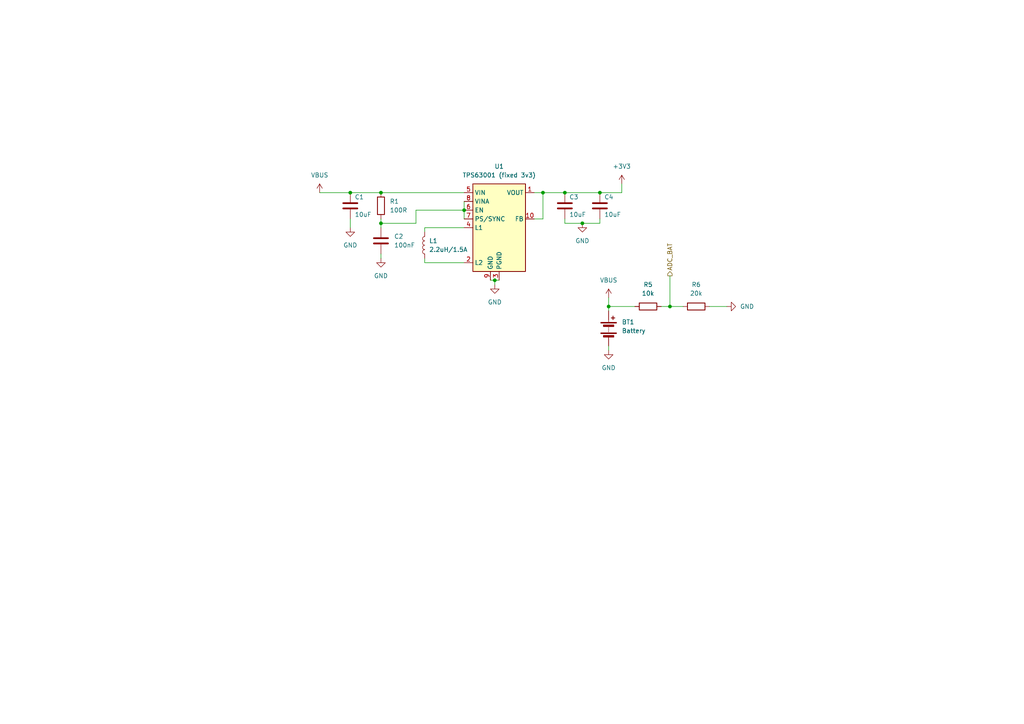
<source format=kicad_sch>
(kicad_sch
	(version 20231120)
	(generator "eeschema")
	(generator_version "8.0")
	(uuid "ae8b4ace-2216-405e-881a-f2a14262df75")
	(paper "A4")
	(lib_symbols
		(symbol "Device:Battery"
			(pin_numbers hide)
			(pin_names
				(offset 0) hide)
			(exclude_from_sim no)
			(in_bom yes)
			(on_board yes)
			(property "Reference" "BT"
				(at 2.54 2.54 0)
				(effects
					(font
						(size 1.27 1.27)
					)
					(justify left)
				)
			)
			(property "Value" "Battery"
				(at 2.54 0 0)
				(effects
					(font
						(size 1.27 1.27)
					)
					(justify left)
				)
			)
			(property "Footprint" ""
				(at 0 1.524 90)
				(effects
					(font
						(size 1.27 1.27)
					)
					(hide yes)
				)
			)
			(property "Datasheet" "~"
				(at 0 1.524 90)
				(effects
					(font
						(size 1.27 1.27)
					)
					(hide yes)
				)
			)
			(property "Description" "Multiple-cell battery"
				(at 0 0 0)
				(effects
					(font
						(size 1.27 1.27)
					)
					(hide yes)
				)
			)
			(property "ki_keywords" "batt voltage-source cell"
				(at 0 0 0)
				(effects
					(font
						(size 1.27 1.27)
					)
					(hide yes)
				)
			)
			(symbol "Battery_0_1"
				(rectangle
					(start -2.286 -1.27)
					(end 2.286 -1.524)
					(stroke
						(width 0)
						(type default)
					)
					(fill
						(type outline)
					)
				)
				(rectangle
					(start -2.286 1.778)
					(end 2.286 1.524)
					(stroke
						(width 0)
						(type default)
					)
					(fill
						(type outline)
					)
				)
				(rectangle
					(start -1.524 -2.032)
					(end 1.524 -2.54)
					(stroke
						(width 0)
						(type default)
					)
					(fill
						(type outline)
					)
				)
				(rectangle
					(start -1.524 1.016)
					(end 1.524 0.508)
					(stroke
						(width 0)
						(type default)
					)
					(fill
						(type outline)
					)
				)
				(polyline
					(pts
						(xy 0 -1.016) (xy 0 -0.762)
					)
					(stroke
						(width 0)
						(type default)
					)
					(fill
						(type none)
					)
				)
				(polyline
					(pts
						(xy 0 -0.508) (xy 0 -0.254)
					)
					(stroke
						(width 0)
						(type default)
					)
					(fill
						(type none)
					)
				)
				(polyline
					(pts
						(xy 0 0) (xy 0 0.254)
					)
					(stroke
						(width 0)
						(type default)
					)
					(fill
						(type none)
					)
				)
				(polyline
					(pts
						(xy 0 1.778) (xy 0 2.54)
					)
					(stroke
						(width 0)
						(type default)
					)
					(fill
						(type none)
					)
				)
				(polyline
					(pts
						(xy 0.762 3.048) (xy 1.778 3.048)
					)
					(stroke
						(width 0.254)
						(type default)
					)
					(fill
						(type none)
					)
				)
				(polyline
					(pts
						(xy 1.27 3.556) (xy 1.27 2.54)
					)
					(stroke
						(width 0.254)
						(type default)
					)
					(fill
						(type none)
					)
				)
			)
			(symbol "Battery_1_1"
				(pin passive line
					(at 0 5.08 270)
					(length 2.54)
					(name "+"
						(effects
							(font
								(size 1.27 1.27)
							)
						)
					)
					(number "1"
						(effects
							(font
								(size 1.27 1.27)
							)
						)
					)
				)
				(pin passive line
					(at 0 -5.08 90)
					(length 2.54)
					(name "-"
						(effects
							(font
								(size 1.27 1.27)
							)
						)
					)
					(number "2"
						(effects
							(font
								(size 1.27 1.27)
							)
						)
					)
				)
			)
		)
		(symbol "Device:C"
			(pin_numbers hide)
			(pin_names
				(offset 0.254)
			)
			(exclude_from_sim no)
			(in_bom yes)
			(on_board yes)
			(property "Reference" "C"
				(at 0.635 2.54 0)
				(effects
					(font
						(size 1.27 1.27)
					)
					(justify left)
				)
			)
			(property "Value" "C"
				(at 0.635 -2.54 0)
				(effects
					(font
						(size 1.27 1.27)
					)
					(justify left)
				)
			)
			(property "Footprint" ""
				(at 0.9652 -3.81 0)
				(effects
					(font
						(size 1.27 1.27)
					)
					(hide yes)
				)
			)
			(property "Datasheet" "~"
				(at 0 0 0)
				(effects
					(font
						(size 1.27 1.27)
					)
					(hide yes)
				)
			)
			(property "Description" "Unpolarized capacitor"
				(at 0 0 0)
				(effects
					(font
						(size 1.27 1.27)
					)
					(hide yes)
				)
			)
			(property "ki_keywords" "cap capacitor"
				(at 0 0 0)
				(effects
					(font
						(size 1.27 1.27)
					)
					(hide yes)
				)
			)
			(property "ki_fp_filters" "C_*"
				(at 0 0 0)
				(effects
					(font
						(size 1.27 1.27)
					)
					(hide yes)
				)
			)
			(symbol "C_0_1"
				(polyline
					(pts
						(xy -2.032 -0.762) (xy 2.032 -0.762)
					)
					(stroke
						(width 0.508)
						(type default)
					)
					(fill
						(type none)
					)
				)
				(polyline
					(pts
						(xy -2.032 0.762) (xy 2.032 0.762)
					)
					(stroke
						(width 0.508)
						(type default)
					)
					(fill
						(type none)
					)
				)
			)
			(symbol "C_1_1"
				(pin passive line
					(at 0 3.81 270)
					(length 2.794)
					(name "~"
						(effects
							(font
								(size 1.27 1.27)
							)
						)
					)
					(number "1"
						(effects
							(font
								(size 1.27 1.27)
							)
						)
					)
				)
				(pin passive line
					(at 0 -3.81 90)
					(length 2.794)
					(name "~"
						(effects
							(font
								(size 1.27 1.27)
							)
						)
					)
					(number "2"
						(effects
							(font
								(size 1.27 1.27)
							)
						)
					)
				)
			)
		)
		(symbol "Device:L"
			(pin_numbers hide)
			(pin_names
				(offset 1.016) hide)
			(exclude_from_sim no)
			(in_bom yes)
			(on_board yes)
			(property "Reference" "L"
				(at -1.27 0 90)
				(effects
					(font
						(size 1.27 1.27)
					)
				)
			)
			(property "Value" "L"
				(at 1.905 0 90)
				(effects
					(font
						(size 1.27 1.27)
					)
				)
			)
			(property "Footprint" ""
				(at 0 0 0)
				(effects
					(font
						(size 1.27 1.27)
					)
					(hide yes)
				)
			)
			(property "Datasheet" "~"
				(at 0 0 0)
				(effects
					(font
						(size 1.27 1.27)
					)
					(hide yes)
				)
			)
			(property "Description" "Inductor"
				(at 0 0 0)
				(effects
					(font
						(size 1.27 1.27)
					)
					(hide yes)
				)
			)
			(property "ki_keywords" "inductor choke coil reactor magnetic"
				(at 0 0 0)
				(effects
					(font
						(size 1.27 1.27)
					)
					(hide yes)
				)
			)
			(property "ki_fp_filters" "Choke_* *Coil* Inductor_* L_*"
				(at 0 0 0)
				(effects
					(font
						(size 1.27 1.27)
					)
					(hide yes)
				)
			)
			(symbol "L_0_1"
				(arc
					(start 0 -2.54)
					(mid 0.6323 -1.905)
					(end 0 -1.27)
					(stroke
						(width 0)
						(type default)
					)
					(fill
						(type none)
					)
				)
				(arc
					(start 0 -1.27)
					(mid 0.6323 -0.635)
					(end 0 0)
					(stroke
						(width 0)
						(type default)
					)
					(fill
						(type none)
					)
				)
				(arc
					(start 0 0)
					(mid 0.6323 0.635)
					(end 0 1.27)
					(stroke
						(width 0)
						(type default)
					)
					(fill
						(type none)
					)
				)
				(arc
					(start 0 1.27)
					(mid 0.6323 1.905)
					(end 0 2.54)
					(stroke
						(width 0)
						(type default)
					)
					(fill
						(type none)
					)
				)
			)
			(symbol "L_1_1"
				(pin passive line
					(at 0 3.81 270)
					(length 1.27)
					(name "1"
						(effects
							(font
								(size 1.27 1.27)
							)
						)
					)
					(number "1"
						(effects
							(font
								(size 1.27 1.27)
							)
						)
					)
				)
				(pin passive line
					(at 0 -3.81 90)
					(length 1.27)
					(name "2"
						(effects
							(font
								(size 1.27 1.27)
							)
						)
					)
					(number "2"
						(effects
							(font
								(size 1.27 1.27)
							)
						)
					)
				)
			)
		)
		(symbol "Device:R"
			(pin_numbers hide)
			(pin_names
				(offset 0)
			)
			(exclude_from_sim no)
			(in_bom yes)
			(on_board yes)
			(property "Reference" "R"
				(at 2.032 0 90)
				(effects
					(font
						(size 1.27 1.27)
					)
				)
			)
			(property "Value" "R"
				(at 0 0 90)
				(effects
					(font
						(size 1.27 1.27)
					)
				)
			)
			(property "Footprint" ""
				(at -1.778 0 90)
				(effects
					(font
						(size 1.27 1.27)
					)
					(hide yes)
				)
			)
			(property "Datasheet" "~"
				(at 0 0 0)
				(effects
					(font
						(size 1.27 1.27)
					)
					(hide yes)
				)
			)
			(property "Description" "Resistor"
				(at 0 0 0)
				(effects
					(font
						(size 1.27 1.27)
					)
					(hide yes)
				)
			)
			(property "ki_keywords" "R res resistor"
				(at 0 0 0)
				(effects
					(font
						(size 1.27 1.27)
					)
					(hide yes)
				)
			)
			(property "ki_fp_filters" "R_*"
				(at 0 0 0)
				(effects
					(font
						(size 1.27 1.27)
					)
					(hide yes)
				)
			)
			(symbol "R_0_1"
				(rectangle
					(start -1.016 -2.54)
					(end 1.016 2.54)
					(stroke
						(width 0.254)
						(type default)
					)
					(fill
						(type none)
					)
				)
			)
			(symbol "R_1_1"
				(pin passive line
					(at 0 3.81 270)
					(length 1.27)
					(name "~"
						(effects
							(font
								(size 1.27 1.27)
							)
						)
					)
					(number "1"
						(effects
							(font
								(size 1.27 1.27)
							)
						)
					)
				)
				(pin passive line
					(at 0 -3.81 90)
					(length 1.27)
					(name "~"
						(effects
							(font
								(size 1.27 1.27)
							)
						)
					)
					(number "2"
						(effects
							(font
								(size 1.27 1.27)
							)
						)
					)
				)
			)
		)
		(symbol "Regulator_Switching:TPS63001"
			(exclude_from_sim no)
			(in_bom yes)
			(on_board yes)
			(property "Reference" "U"
				(at -7.62 13.97 0)
				(effects
					(font
						(size 1.27 1.27)
					)
					(justify left)
				)
			)
			(property "Value" "TPS63001"
				(at 5.08 13.97 0)
				(effects
					(font
						(size 1.27 1.27)
					)
				)
			)
			(property "Footprint" "Package_SON:Texas_DRC0010J_ThermalVias"
				(at 21.59 -13.97 0)
				(effects
					(font
						(size 1.27 1.27)
					)
					(hide yes)
				)
			)
			(property "Datasheet" "http://www.ti.com/lit/ds/symlink/tps63000.pdf"
				(at -7.62 13.97 0)
				(effects
					(font
						(size 1.27 1.27)
					)
					(hide yes)
				)
			)
			(property "Description" "Buck-Boost Converter, 1.8-5.5V Input Voltage, 1.7A Switch Current, 3.3V Output Voltage, VSON-10"
				(at 0 0 0)
				(effects
					(font
						(size 1.27 1.27)
					)
					(hide yes)
				)
			)
			(property "ki_keywords" "Buck-Boost fixed 3.3V converter"
				(at 0 0 0)
				(effects
					(font
						(size 1.27 1.27)
					)
					(hide yes)
				)
			)
			(property "ki_fp_filters" "Texas*DRC0010J*"
				(at 0 0 0)
				(effects
					(font
						(size 1.27 1.27)
					)
					(hide yes)
				)
			)
			(symbol "TPS63001_0_1"
				(rectangle
					(start -7.62 12.7)
					(end 7.62 -12.7)
					(stroke
						(width 0.254)
						(type default)
					)
					(fill
						(type background)
					)
				)
			)
			(symbol "TPS63001_1_1"
				(pin power_out line
					(at 10.16 10.16 180)
					(length 2.54)
					(name "VOUT"
						(effects
							(font
								(size 1.27 1.27)
							)
						)
					)
					(number "1"
						(effects
							(font
								(size 1.27 1.27)
							)
						)
					)
				)
				(pin input line
					(at 10.16 2.54 180)
					(length 2.54)
					(name "FB"
						(effects
							(font
								(size 1.27 1.27)
							)
						)
					)
					(number "10"
						(effects
							(font
								(size 1.27 1.27)
							)
						)
					)
				)
				(pin passive line
					(at 0 -15.24 90)
					(length 2.54) hide
					(name "PGND"
						(effects
							(font
								(size 1.27 1.27)
							)
						)
					)
					(number "11"
						(effects
							(font
								(size 1.27 1.27)
							)
						)
					)
				)
				(pin input line
					(at -10.16 -10.16 0)
					(length 2.54)
					(name "L2"
						(effects
							(font
								(size 1.27 1.27)
							)
						)
					)
					(number "2"
						(effects
							(font
								(size 1.27 1.27)
							)
						)
					)
				)
				(pin power_in line
					(at 0 -15.24 90)
					(length 2.54)
					(name "PGND"
						(effects
							(font
								(size 1.27 1.27)
							)
						)
					)
					(number "3"
						(effects
							(font
								(size 1.27 1.27)
							)
						)
					)
				)
				(pin input line
					(at -10.16 0 0)
					(length 2.54)
					(name "L1"
						(effects
							(font
								(size 1.27 1.27)
							)
						)
					)
					(number "4"
						(effects
							(font
								(size 1.27 1.27)
							)
						)
					)
				)
				(pin power_in line
					(at -10.16 10.16 0)
					(length 2.54)
					(name "VIN"
						(effects
							(font
								(size 1.27 1.27)
							)
						)
					)
					(number "5"
						(effects
							(font
								(size 1.27 1.27)
							)
						)
					)
				)
				(pin input line
					(at -10.16 5.08 0)
					(length 2.54)
					(name "EN"
						(effects
							(font
								(size 1.27 1.27)
							)
						)
					)
					(number "6"
						(effects
							(font
								(size 1.27 1.27)
							)
						)
					)
				)
				(pin input line
					(at -10.16 2.54 0)
					(length 2.54)
					(name "PS/SYNC"
						(effects
							(font
								(size 1.27 1.27)
							)
						)
					)
					(number "7"
						(effects
							(font
								(size 1.27 1.27)
							)
						)
					)
				)
				(pin power_in line
					(at -10.16 7.62 0)
					(length 2.54)
					(name "VINA"
						(effects
							(font
								(size 1.27 1.27)
							)
						)
					)
					(number "8"
						(effects
							(font
								(size 1.27 1.27)
							)
						)
					)
				)
				(pin power_in line
					(at -2.54 -15.24 90)
					(length 2.54)
					(name "GND"
						(effects
							(font
								(size 1.27 1.27)
							)
						)
					)
					(number "9"
						(effects
							(font
								(size 1.27 1.27)
							)
						)
					)
				)
			)
		)
		(symbol "power:+3V3"
			(power)
			(pin_names
				(offset 0)
			)
			(exclude_from_sim no)
			(in_bom yes)
			(on_board yes)
			(property "Reference" "#PWR"
				(at 0 -3.81 0)
				(effects
					(font
						(size 1.27 1.27)
					)
					(hide yes)
				)
			)
			(property "Value" "+3V3"
				(at 0 3.556 0)
				(effects
					(font
						(size 1.27 1.27)
					)
				)
			)
			(property "Footprint" ""
				(at 0 0 0)
				(effects
					(font
						(size 1.27 1.27)
					)
					(hide yes)
				)
			)
			(property "Datasheet" ""
				(at 0 0 0)
				(effects
					(font
						(size 1.27 1.27)
					)
					(hide yes)
				)
			)
			(property "Description" "Power symbol creates a global label with name \"+3V3\""
				(at 0 0 0)
				(effects
					(font
						(size 1.27 1.27)
					)
					(hide yes)
				)
			)
			(property "ki_keywords" "global power"
				(at 0 0 0)
				(effects
					(font
						(size 1.27 1.27)
					)
					(hide yes)
				)
			)
			(symbol "+3V3_0_1"
				(polyline
					(pts
						(xy -0.762 1.27) (xy 0 2.54)
					)
					(stroke
						(width 0)
						(type default)
					)
					(fill
						(type none)
					)
				)
				(polyline
					(pts
						(xy 0 0) (xy 0 2.54)
					)
					(stroke
						(width 0)
						(type default)
					)
					(fill
						(type none)
					)
				)
				(polyline
					(pts
						(xy 0 2.54) (xy 0.762 1.27)
					)
					(stroke
						(width 0)
						(type default)
					)
					(fill
						(type none)
					)
				)
			)
			(symbol "+3V3_1_1"
				(pin power_in line
					(at 0 0 90)
					(length 0) hide
					(name "+3V3"
						(effects
							(font
								(size 1.27 1.27)
							)
						)
					)
					(number "1"
						(effects
							(font
								(size 1.27 1.27)
							)
						)
					)
				)
			)
		)
		(symbol "power:GND"
			(power)
			(pin_names
				(offset 0)
			)
			(exclude_from_sim no)
			(in_bom yes)
			(on_board yes)
			(property "Reference" "#PWR"
				(at 0 -6.35 0)
				(effects
					(font
						(size 1.27 1.27)
					)
					(hide yes)
				)
			)
			(property "Value" "GND"
				(at 0 -3.81 0)
				(effects
					(font
						(size 1.27 1.27)
					)
				)
			)
			(property "Footprint" ""
				(at 0 0 0)
				(effects
					(font
						(size 1.27 1.27)
					)
					(hide yes)
				)
			)
			(property "Datasheet" ""
				(at 0 0 0)
				(effects
					(font
						(size 1.27 1.27)
					)
					(hide yes)
				)
			)
			(property "Description" "Power symbol creates a global label with name \"GND\" , ground"
				(at 0 0 0)
				(effects
					(font
						(size 1.27 1.27)
					)
					(hide yes)
				)
			)
			(property "ki_keywords" "global power"
				(at 0 0 0)
				(effects
					(font
						(size 1.27 1.27)
					)
					(hide yes)
				)
			)
			(symbol "GND_0_1"
				(polyline
					(pts
						(xy 0 0) (xy 0 -1.27) (xy 1.27 -1.27) (xy 0 -2.54) (xy -1.27 -1.27) (xy 0 -1.27)
					)
					(stroke
						(width 0)
						(type default)
					)
					(fill
						(type none)
					)
				)
			)
			(symbol "GND_1_1"
				(pin power_in line
					(at 0 0 270)
					(length 0) hide
					(name "GND"
						(effects
							(font
								(size 1.27 1.27)
							)
						)
					)
					(number "1"
						(effects
							(font
								(size 1.27 1.27)
							)
						)
					)
				)
			)
		)
		(symbol "power:VBUS"
			(power)
			(pin_names
				(offset 0)
			)
			(exclude_from_sim no)
			(in_bom yes)
			(on_board yes)
			(property "Reference" "#PWR"
				(at 0 -3.81 0)
				(effects
					(font
						(size 1.27 1.27)
					)
					(hide yes)
				)
			)
			(property "Value" "VBUS"
				(at 0 3.81 0)
				(effects
					(font
						(size 1.27 1.27)
					)
				)
			)
			(property "Footprint" ""
				(at 0 0 0)
				(effects
					(font
						(size 1.27 1.27)
					)
					(hide yes)
				)
			)
			(property "Datasheet" ""
				(at 0 0 0)
				(effects
					(font
						(size 1.27 1.27)
					)
					(hide yes)
				)
			)
			(property "Description" "Power symbol creates a global label with name \"VBUS\""
				(at 0 0 0)
				(effects
					(font
						(size 1.27 1.27)
					)
					(hide yes)
				)
			)
			(property "ki_keywords" "global power"
				(at 0 0 0)
				(effects
					(font
						(size 1.27 1.27)
					)
					(hide yes)
				)
			)
			(symbol "VBUS_0_1"
				(polyline
					(pts
						(xy -0.762 1.27) (xy 0 2.54)
					)
					(stroke
						(width 0)
						(type default)
					)
					(fill
						(type none)
					)
				)
				(polyline
					(pts
						(xy 0 0) (xy 0 2.54)
					)
					(stroke
						(width 0)
						(type default)
					)
					(fill
						(type none)
					)
				)
				(polyline
					(pts
						(xy 0 2.54) (xy 0.762 1.27)
					)
					(stroke
						(width 0)
						(type default)
					)
					(fill
						(type none)
					)
				)
			)
			(symbol "VBUS_1_1"
				(pin power_in line
					(at 0 0 90)
					(length 0) hide
					(name "VBUS"
						(effects
							(font
								(size 1.27 1.27)
							)
						)
					)
					(number "1"
						(effects
							(font
								(size 1.27 1.27)
							)
						)
					)
				)
			)
		)
	)
	(junction
		(at 194.31 88.9)
		(diameter 0)
		(color 0 0 0 0)
		(uuid "278f1142-ccbe-4880-80b1-857c6ac9eee9")
	)
	(junction
		(at 143.51 81.28)
		(diameter 0)
		(color 0 0 0 0)
		(uuid "366e25f0-7e80-49d1-8a87-f737e29517d4")
	)
	(junction
		(at 168.91 64.77)
		(diameter 0)
		(color 0 0 0 0)
		(uuid "49f332a2-257e-41bf-a80c-ab8fe9eb8e20")
	)
	(junction
		(at 110.49 64.77)
		(diameter 0)
		(color 0 0 0 0)
		(uuid "4c0f8348-211a-4ec4-ae1b-f411bdbe54c9")
	)
	(junction
		(at 176.53 88.9)
		(diameter 0)
		(color 0 0 0 0)
		(uuid "4d5de542-7642-4b18-9652-c0910b05c19f")
	)
	(junction
		(at 163.83 55.88)
		(diameter 0)
		(color 0 0 0 0)
		(uuid "5d377b53-65ec-47a1-bfec-66f982f2b685")
	)
	(junction
		(at 110.49 55.88)
		(diameter 0)
		(color 0 0 0 0)
		(uuid "63debdab-05d4-45b4-81d5-1192046d2a61")
	)
	(junction
		(at 173.99 55.88)
		(diameter 0)
		(color 0 0 0 0)
		(uuid "7e18aea9-b7b0-4261-92d4-f1b19eb0bfd2")
	)
	(junction
		(at 157.48 55.88)
		(diameter 0)
		(color 0 0 0 0)
		(uuid "96139619-2e30-4225-8b65-e90f42b76849")
	)
	(junction
		(at 134.62 60.96)
		(diameter 0)
		(color 0 0 0 0)
		(uuid "9a44834e-ef1d-415d-a52f-1c7dec79e3dd")
	)
	(junction
		(at 101.6 55.88)
		(diameter 0)
		(color 0 0 0 0)
		(uuid "f17bba0f-69e8-427a-a023-d8e0b007dfd9")
	)
	(wire
		(pts
			(xy 194.31 80.01) (xy 194.31 88.9)
		)
		(stroke
			(width 0)
			(type default)
		)
		(uuid "219f97a0-a1a7-494c-94ad-ae03562df102")
	)
	(wire
		(pts
			(xy 123.19 76.2) (xy 123.19 74.93)
		)
		(stroke
			(width 0)
			(type default)
		)
		(uuid "2210d42a-f41c-4d5e-8d53-0f0f2fb90b05")
	)
	(wire
		(pts
			(xy 168.91 64.77) (xy 163.83 64.77)
		)
		(stroke
			(width 0)
			(type default)
		)
		(uuid "239a1865-12c5-4760-9edf-ccce06712237")
	)
	(wire
		(pts
			(xy 184.15 88.9) (xy 176.53 88.9)
		)
		(stroke
			(width 0)
			(type default)
		)
		(uuid "286fecd7-be92-4add-b292-37ae041a71f3")
	)
	(wire
		(pts
			(xy 176.53 90.17) (xy 176.53 88.9)
		)
		(stroke
			(width 0)
			(type default)
		)
		(uuid "31278ba6-09e4-40a9-ac11-eb05c360df43")
	)
	(wire
		(pts
			(xy 163.83 63.5) (xy 163.83 64.77)
		)
		(stroke
			(width 0)
			(type default)
		)
		(uuid "3c1d9949-677a-4302-9e2c-a8c131cef5de")
	)
	(wire
		(pts
			(xy 134.62 60.96) (xy 120.65 60.96)
		)
		(stroke
			(width 0)
			(type default)
		)
		(uuid "43b535be-2540-4862-b30a-53ed6ace980c")
	)
	(wire
		(pts
			(xy 176.53 88.9) (xy 176.53 86.36)
		)
		(stroke
			(width 0)
			(type default)
		)
		(uuid "47ed40b7-1097-4a60-88bb-7fbf74178149")
	)
	(wire
		(pts
			(xy 180.34 55.88) (xy 173.99 55.88)
		)
		(stroke
			(width 0)
			(type default)
		)
		(uuid "4d7410f8-f06e-4dc7-8963-627951abd448")
	)
	(wire
		(pts
			(xy 154.94 63.5) (xy 157.48 63.5)
		)
		(stroke
			(width 0)
			(type default)
		)
		(uuid "55f529c4-0f40-478b-834c-297a4c3988ff")
	)
	(wire
		(pts
			(xy 92.71 55.88) (xy 101.6 55.88)
		)
		(stroke
			(width 0)
			(type default)
		)
		(uuid "58a96968-a92a-440e-8ee5-37afd7dd3c02")
	)
	(wire
		(pts
			(xy 154.94 55.88) (xy 157.48 55.88)
		)
		(stroke
			(width 0)
			(type default)
		)
		(uuid "60be1f64-9e58-407e-afc8-ada5bf2c5269")
	)
	(wire
		(pts
			(xy 120.65 64.77) (xy 110.49 64.77)
		)
		(stroke
			(width 0)
			(type default)
		)
		(uuid "647490bf-8980-458d-a903-ebc65489f13d")
	)
	(wire
		(pts
			(xy 110.49 55.88) (xy 134.62 55.88)
		)
		(stroke
			(width 0)
			(type default)
		)
		(uuid "7e8e927e-0e38-4d82-81eb-f2985e95a77d")
	)
	(wire
		(pts
			(xy 134.62 76.2) (xy 123.19 76.2)
		)
		(stroke
			(width 0)
			(type default)
		)
		(uuid "7f6a18c4-a95a-40d4-8e3d-a235b0220564")
	)
	(wire
		(pts
			(xy 143.51 81.28) (xy 143.51 82.55)
		)
		(stroke
			(width 0)
			(type default)
		)
		(uuid "7f8d6067-6dfc-4a63-97c4-d3df4eef710c")
	)
	(wire
		(pts
			(xy 194.31 88.9) (xy 198.12 88.9)
		)
		(stroke
			(width 0)
			(type default)
		)
		(uuid "7f93b2a0-e524-4f24-88aa-6161dcd1643b")
	)
	(wire
		(pts
			(xy 110.49 66.04) (xy 110.49 64.77)
		)
		(stroke
			(width 0)
			(type default)
		)
		(uuid "8a0985d5-3662-41c2-8421-905b848433c2")
	)
	(wire
		(pts
			(xy 180.34 53.34) (xy 180.34 55.88)
		)
		(stroke
			(width 0)
			(type default)
		)
		(uuid "8a78ba90-c829-4eb0-81e4-eac92f7aae77")
	)
	(wire
		(pts
			(xy 191.77 88.9) (xy 194.31 88.9)
		)
		(stroke
			(width 0)
			(type default)
		)
		(uuid "95ed27e9-6b2e-4d61-947d-ace66b0ef782")
	)
	(wire
		(pts
			(xy 110.49 73.66) (xy 110.49 74.93)
		)
		(stroke
			(width 0)
			(type default)
		)
		(uuid "96f016c3-6ae0-4813-b166-c8ba879e4682")
	)
	(wire
		(pts
			(xy 110.49 63.5) (xy 110.49 64.77)
		)
		(stroke
			(width 0)
			(type default)
		)
		(uuid "9927d2e0-49f9-43c9-844a-d3f2ee955cc1")
	)
	(wire
		(pts
			(xy 173.99 64.77) (xy 168.91 64.77)
		)
		(stroke
			(width 0)
			(type default)
		)
		(uuid "9bcafa65-38e4-4690-bbc6-1655e640f26c")
	)
	(wire
		(pts
			(xy 101.6 66.04) (xy 101.6 63.5)
		)
		(stroke
			(width 0)
			(type default)
		)
		(uuid "a58fc4fb-e293-478f-aebf-285070a4eaf7")
	)
	(wire
		(pts
			(xy 142.24 81.28) (xy 143.51 81.28)
		)
		(stroke
			(width 0)
			(type default)
		)
		(uuid "a5ae4795-0ef9-467d-97ef-c81b8bd8d07b")
	)
	(wire
		(pts
			(xy 134.62 60.96) (xy 134.62 63.5)
		)
		(stroke
			(width 0)
			(type default)
		)
		(uuid "b4b4a970-a68a-4a68-948e-772a840db516")
	)
	(wire
		(pts
			(xy 205.74 88.9) (xy 210.82 88.9)
		)
		(stroke
			(width 0)
			(type default)
		)
		(uuid "b9aec971-f9b9-49c0-97cc-f9db88420c73")
	)
	(wire
		(pts
			(xy 134.62 58.42) (xy 134.62 60.96)
		)
		(stroke
			(width 0)
			(type default)
		)
		(uuid "c157b36c-84ca-4dc9-97aa-f768931b2510")
	)
	(wire
		(pts
			(xy 163.83 55.88) (xy 173.99 55.88)
		)
		(stroke
			(width 0)
			(type default)
		)
		(uuid "c2c13e58-9fbf-4632-a19b-e67b6da8cf04")
	)
	(wire
		(pts
			(xy 157.48 55.88) (xy 163.83 55.88)
		)
		(stroke
			(width 0)
			(type default)
		)
		(uuid "d044e819-2fc2-46ea-9327-169ec1fa2d76")
	)
	(wire
		(pts
			(xy 110.49 55.88) (xy 101.6 55.88)
		)
		(stroke
			(width 0)
			(type default)
		)
		(uuid "d838f8bd-1971-485c-996a-8bc3af36cfe4")
	)
	(wire
		(pts
			(xy 123.19 66.04) (xy 123.19 67.31)
		)
		(stroke
			(width 0)
			(type default)
		)
		(uuid "d92c6c4c-5d40-43f4-bf19-334e65626d5b")
	)
	(wire
		(pts
			(xy 157.48 63.5) (xy 157.48 55.88)
		)
		(stroke
			(width 0)
			(type default)
		)
		(uuid "d9ba9455-c9f3-4f97-9810-bd055adc9031")
	)
	(wire
		(pts
			(xy 173.99 63.5) (xy 173.99 64.77)
		)
		(stroke
			(width 0)
			(type default)
		)
		(uuid "de1716de-18a3-418b-902e-855da5e056f5")
	)
	(wire
		(pts
			(xy 176.53 100.33) (xy 176.53 101.6)
		)
		(stroke
			(width 0)
			(type default)
		)
		(uuid "e334b6ca-eb51-4935-bfd3-0749ab202f7e")
	)
	(wire
		(pts
			(xy 143.51 81.28) (xy 144.78 81.28)
		)
		(stroke
			(width 0)
			(type default)
		)
		(uuid "ef7ddfd9-764f-4764-a781-f3fb9dbdd441")
	)
	(wire
		(pts
			(xy 120.65 60.96) (xy 120.65 64.77)
		)
		(stroke
			(width 0)
			(type default)
		)
		(uuid "f01c649b-eb73-4ce2-a72b-0d436ff97679")
	)
	(wire
		(pts
			(xy 134.62 66.04) (xy 123.19 66.04)
		)
		(stroke
			(width 0)
			(type default)
		)
		(uuid "f654dd0d-7515-400c-8e2e-c048f97722ae")
	)
	(hierarchical_label "ADC_BAT"
		(shape output)
		(at 194.31 80.01 90)
		(fields_autoplaced yes)
		(effects
			(font
				(size 1.27 1.27)
			)
			(justify left)
		)
		(uuid "93fbad4a-220b-49f7-a591-42ecada2b9c7")
	)
	(symbol
		(lib_id "power:GND")
		(at 210.82 88.9 90)
		(unit 1)
		(exclude_from_sim no)
		(in_bom yes)
		(on_board yes)
		(dnp no)
		(fields_autoplaced yes)
		(uuid "0274b9ff-33d9-43c8-8932-c9e591afa51a")
		(property "Reference" "#PWR017"
			(at 217.17 88.9 0)
			(effects
				(font
					(size 1.27 1.27)
				)
				(hide yes)
			)
		)
		(property "Value" "GND"
			(at 214.63 88.8999 90)
			(effects
				(font
					(size 1.27 1.27)
				)
				(justify right)
			)
		)
		(property "Footprint" ""
			(at 210.82 88.9 0)
			(effects
				(font
					(size 1.27 1.27)
				)
				(hide yes)
			)
		)
		(property "Datasheet" ""
			(at 210.82 88.9 0)
			(effects
				(font
					(size 1.27 1.27)
				)
				(hide yes)
			)
		)
		(property "Description" ""
			(at 210.82 88.9 0)
			(effects
				(font
					(size 1.27 1.27)
				)
				(hide yes)
			)
		)
		(pin "1"
			(uuid "06da1ca9-5eff-4d51-912f-f4aa47294eb9")
		)
		(instances
			(project "Light-Sound-Sensor"
				(path "/c4fae0b4-107a-4e14-bdc8-24cbf64cf056/c8f45edb-e061-40b4-ad50-843806aaa443"
					(reference "#PWR017")
					(unit 1)
				)
			)
		)
	)
	(symbol
		(lib_id "Device:C")
		(at 110.49 69.85 0)
		(unit 1)
		(exclude_from_sim no)
		(in_bom yes)
		(on_board yes)
		(dnp no)
		(fields_autoplaced yes)
		(uuid "05ec160c-b94e-4337-8080-84de2de49e8f")
		(property "Reference" "C2"
			(at 114.3 68.58 0)
			(effects
				(font
					(size 1.27 1.27)
				)
				(justify left)
			)
		)
		(property "Value" "100nF"
			(at 114.3 71.12 0)
			(effects
				(font
					(size 1.27 1.27)
				)
				(justify left)
			)
		)
		(property "Footprint" "SANG_LIB_FP:C_0603_1608Metric"
			(at 111.4552 73.66 0)
			(effects
				(font
					(size 1.27 1.27)
				)
				(hide yes)
			)
		)
		(property "Datasheet" "~"
			(at 110.49 69.85 0)
			(effects
				(font
					(size 1.27 1.27)
				)
				(hide yes)
			)
		)
		(property "Description" ""
			(at 110.49 69.85 0)
			(effects
				(font
					(size 1.27 1.27)
				)
				(hide yes)
			)
		)
		(property "JLC" " C116838"
			(at 110.49 69.85 0)
			(effects
				(font
					(size 1.27 1.27)
				)
				(hide yes)
			)
		)
		(pin "2"
			(uuid "5bc97f96-a798-417c-82e4-8bacafff52eb")
		)
		(pin "1"
			(uuid "6373cb91-e954-404e-89f3-586b9bfa1373")
		)
		(instances
			(project "Light-Sound-Sensor"
				(path "/c4fae0b4-107a-4e14-bdc8-24cbf64cf056/c8f45edb-e061-40b4-ad50-843806aaa443"
					(reference "C2")
					(unit 1)
				)
			)
		)
	)
	(symbol
		(lib_id "Device:R")
		(at 110.49 59.69 0)
		(unit 1)
		(exclude_from_sim no)
		(in_bom yes)
		(on_board yes)
		(dnp no)
		(fields_autoplaced yes)
		(uuid "14e9977d-70da-4416-bce8-0e1504a20a62")
		(property "Reference" "R1"
			(at 113.03 58.42 0)
			(effects
				(font
					(size 1.27 1.27)
				)
				(justify left)
			)
		)
		(property "Value" "100R"
			(at 113.03 60.96 0)
			(effects
				(font
					(size 1.27 1.27)
				)
				(justify left)
			)
		)
		(property "Footprint" "SANG_LIB_FP:R_0603_1608Metric"
			(at 108.712 59.69 90)
			(effects
				(font
					(size 1.27 1.27)
				)
				(hide yes)
			)
		)
		(property "Datasheet" "~"
			(at 110.49 59.69 0)
			(effects
				(font
					(size 1.27 1.27)
				)
				(hide yes)
			)
		)
		(property "Description" ""
			(at 110.49 59.69 0)
			(effects
				(font
					(size 1.27 1.27)
				)
				(hide yes)
			)
		)
		(property "JLC" "C5123580"
			(at 110.49 59.69 0)
			(effects
				(font
					(size 1.27 1.27)
				)
				(hide yes)
			)
		)
		(pin "2"
			(uuid "329fcff8-36b9-49f5-aafb-ee160e581125")
		)
		(pin "1"
			(uuid "9f0d53a4-030a-4e4a-9118-03a9c4cc37ff")
		)
		(instances
			(project "Light-Sound-Sensor"
				(path "/c4fae0b4-107a-4e14-bdc8-24cbf64cf056/c8f45edb-e061-40b4-ad50-843806aaa443"
					(reference "R1")
					(unit 1)
				)
			)
		)
	)
	(symbol
		(lib_id "Device:R")
		(at 201.93 88.9 90)
		(unit 1)
		(exclude_from_sim no)
		(in_bom yes)
		(on_board yes)
		(dnp no)
		(fields_autoplaced yes)
		(uuid "18c81122-cfd0-42ce-80e0-c83d3ea21313")
		(property "Reference" "R6"
			(at 201.93 82.55 90)
			(effects
				(font
					(size 1.27 1.27)
				)
			)
		)
		(property "Value" "20k"
			(at 201.93 85.09 90)
			(effects
				(font
					(size 1.27 1.27)
				)
			)
		)
		(property "Footprint" "SANG_LIB_FP:R_0603_1608Metric"
			(at 201.93 90.678 90)
			(effects
				(font
					(size 1.27 1.27)
				)
				(hide yes)
			)
		)
		(property "Datasheet" "~"
			(at 201.93 88.9 0)
			(effects
				(font
					(size 1.27 1.27)
				)
				(hide yes)
			)
		)
		(property "Description" ""
			(at 201.93 88.9 0)
			(effects
				(font
					(size 1.27 1.27)
				)
				(hide yes)
			)
		)
		(property "JLC" "C4184"
			(at 201.93 88.9 0)
			(effects
				(font
					(size 1.27 1.27)
				)
				(hide yes)
			)
		)
		(pin "2"
			(uuid "ddaa7700-35f3-41c1-ad78-254b882f7111")
		)
		(pin "1"
			(uuid "d60ef8fd-cae0-4c90-bb26-b2e596150cf7")
		)
		(instances
			(project "Light-Sound-Sensor"
				(path "/c4fae0b4-107a-4e14-bdc8-24cbf64cf056/c8f45edb-e061-40b4-ad50-843806aaa443"
					(reference "R6")
					(unit 1)
				)
			)
		)
	)
	(symbol
		(lib_id "power:GND")
		(at 143.51 82.55 0)
		(unit 1)
		(exclude_from_sim no)
		(in_bom yes)
		(on_board yes)
		(dnp no)
		(fields_autoplaced yes)
		(uuid "331cbc77-f239-4898-aef1-ead573c92504")
		(property "Reference" "#PWR05"
			(at 143.51 88.9 0)
			(effects
				(font
					(size 1.27 1.27)
				)
				(hide yes)
			)
		)
		(property "Value" "GND"
			(at 143.51 87.63 0)
			(effects
				(font
					(size 1.27 1.27)
				)
			)
		)
		(property "Footprint" ""
			(at 143.51 82.55 0)
			(effects
				(font
					(size 1.27 1.27)
				)
				(hide yes)
			)
		)
		(property "Datasheet" ""
			(at 143.51 82.55 0)
			(effects
				(font
					(size 1.27 1.27)
				)
				(hide yes)
			)
		)
		(property "Description" ""
			(at 143.51 82.55 0)
			(effects
				(font
					(size 1.27 1.27)
				)
				(hide yes)
			)
		)
		(pin "1"
			(uuid "12225e5c-cb65-46a6-b3a7-2be8ec088fb7")
		)
		(instances
			(project "Light-Sound-Sensor"
				(path "/c4fae0b4-107a-4e14-bdc8-24cbf64cf056/c8f45edb-e061-40b4-ad50-843806aaa443"
					(reference "#PWR05")
					(unit 1)
				)
			)
		)
	)
	(symbol
		(lib_id "Device:C")
		(at 163.83 59.69 0)
		(unit 1)
		(exclude_from_sim no)
		(in_bom yes)
		(on_board yes)
		(dnp no)
		(uuid "424634b0-ca75-437c-a5f8-3adc65b19bf7")
		(property "Reference" "C3"
			(at 165.1 57.15 0)
			(effects
				(font
					(size 1.27 1.27)
				)
				(justify left)
			)
		)
		(property "Value" "10uF"
			(at 165.1 62.23 0)
			(effects
				(font
					(size 1.27 1.27)
				)
				(justify left)
			)
		)
		(property "Footprint" "SANG_LIB_FP:C_0603_1608Metric"
			(at 164.7952 63.5 0)
			(effects
				(font
					(size 1.27 1.27)
				)
				(hide yes)
			)
		)
		(property "Datasheet" "~"
			(at 163.83 59.69 0)
			(effects
				(font
					(size 1.27 1.27)
				)
				(hide yes)
			)
		)
		(property "Description" ""
			(at 163.83 59.69 0)
			(effects
				(font
					(size 1.27 1.27)
				)
				(hide yes)
			)
		)
		(property "JLC" "C96446"
			(at 163.83 59.69 0)
			(effects
				(font
					(size 1.27 1.27)
				)
				(hide yes)
			)
		)
		(pin "2"
			(uuid "0c248227-53b5-4d96-8d97-ef894810317b")
		)
		(pin "1"
			(uuid "5145b5f0-6aab-48e9-9031-275c40178ab0")
		)
		(instances
			(project "Light-Sound-Sensor"
				(path "/c4fae0b4-107a-4e14-bdc8-24cbf64cf056/c8f45edb-e061-40b4-ad50-843806aaa443"
					(reference "C3")
					(unit 1)
				)
			)
		)
	)
	(symbol
		(lib_id "Device:R")
		(at 187.96 88.9 90)
		(unit 1)
		(exclude_from_sim no)
		(in_bom yes)
		(on_board yes)
		(dnp no)
		(fields_autoplaced yes)
		(uuid "452eb914-c695-4108-b245-fae484d254d3")
		(property "Reference" "R5"
			(at 187.96 82.55 90)
			(effects
				(font
					(size 1.27 1.27)
				)
			)
		)
		(property "Value" "10k"
			(at 187.96 85.09 90)
			(effects
				(font
					(size 1.27 1.27)
				)
			)
		)
		(property "Footprint" "SANG_LIB_FP:R_0603_1608Metric"
			(at 187.96 90.678 90)
			(effects
				(font
					(size 1.27 1.27)
				)
				(hide yes)
			)
		)
		(property "Datasheet" "~"
			(at 187.96 88.9 0)
			(effects
				(font
					(size 1.27 1.27)
				)
				(hide yes)
			)
		)
		(property "Description" ""
			(at 187.96 88.9 0)
			(effects
				(font
					(size 1.27 1.27)
				)
				(hide yes)
			)
		)
		(property "JLC" "C25804"
			(at 187.96 88.9 0)
			(effects
				(font
					(size 1.27 1.27)
				)
				(hide yes)
			)
		)
		(pin "2"
			(uuid "1805a941-c348-42ca-bceb-337a9ca4ba8d")
		)
		(pin "1"
			(uuid "02f4c582-6920-409f-b016-1afd8445cde7")
		)
		(instances
			(project "Light-Sound-Sensor"
				(path "/c4fae0b4-107a-4e14-bdc8-24cbf64cf056/c8f45edb-e061-40b4-ad50-843806aaa443"
					(reference "R5")
					(unit 1)
				)
			)
		)
	)
	(symbol
		(lib_id "Device:C")
		(at 173.99 59.69 0)
		(unit 1)
		(exclude_from_sim no)
		(in_bom yes)
		(on_board yes)
		(dnp no)
		(uuid "503485f9-ba29-4ac4-8023-e4a8aa62a7e8")
		(property "Reference" "C4"
			(at 175.26 57.15 0)
			(effects
				(font
					(size 1.27 1.27)
				)
				(justify left)
			)
		)
		(property "Value" "10uF"
			(at 175.26 62.23 0)
			(effects
				(font
					(size 1.27 1.27)
				)
				(justify left)
			)
		)
		(property "Footprint" "SANG_LIB_FP:C_0603_1608Metric"
			(at 174.9552 63.5 0)
			(effects
				(font
					(size 1.27 1.27)
				)
				(hide yes)
			)
		)
		(property "Datasheet" "~"
			(at 173.99 59.69 0)
			(effects
				(font
					(size 1.27 1.27)
				)
				(hide yes)
			)
		)
		(property "Description" ""
			(at 173.99 59.69 0)
			(effects
				(font
					(size 1.27 1.27)
				)
				(hide yes)
			)
		)
		(property "JLC" "C96446"
			(at 173.99 59.69 0)
			(effects
				(font
					(size 1.27 1.27)
				)
				(hide yes)
			)
		)
		(pin "2"
			(uuid "92dea819-79e7-4944-a790-24da1933f0c6")
		)
		(pin "1"
			(uuid "677b0bc0-d886-4e26-88bd-50b614fea975")
		)
		(instances
			(project "Light-Sound-Sensor"
				(path "/c4fae0b4-107a-4e14-bdc8-24cbf64cf056/c8f45edb-e061-40b4-ad50-843806aaa443"
					(reference "C4")
					(unit 1)
				)
			)
		)
	)
	(symbol
		(lib_id "Device:Battery")
		(at 176.53 95.25 0)
		(unit 1)
		(exclude_from_sim no)
		(in_bom yes)
		(on_board yes)
		(dnp no)
		(fields_autoplaced yes)
		(uuid "60c1923f-f93a-45bf-80b7-e7efa36f7bea")
		(property "Reference" "BT1"
			(at 180.34 93.4085 0)
			(effects
				(font
					(size 1.27 1.27)
				)
				(justify left)
			)
		)
		(property "Value" "Battery"
			(at 180.34 95.9485 0)
			(effects
				(font
					(size 1.27 1.27)
				)
				(justify left)
			)
		)
		(property "Footprint" "DienLIB:BAT_BC3AAPC"
			(at 176.53 93.726 90)
			(effects
				(font
					(size 1.27 1.27)
				)
				(hide yes)
			)
		)
		(property "Datasheet" "~"
			(at 176.53 93.726 90)
			(effects
				(font
					(size 1.27 1.27)
				)
				(hide yes)
			)
		)
		(property "Description" ""
			(at 176.53 95.25 0)
			(effects
				(font
					(size 1.27 1.27)
				)
				(hide yes)
			)
		)
		(property "link" "https://www.digikey.com/en/products/detail/keystone-electronics/2462/303811"
			(at 176.53 95.25 0)
			(effects
				(font
					(size 1.27 1.27)
				)
				(hide yes)
			)
		)
		(property "JLC" ""
			(at 176.53 95.25 0)
			(effects
				(font
					(size 1.27 1.27)
				)
				(hide yes)
			)
		)
		(pin "1"
			(uuid "5f1f07b9-de28-4ae8-bcb1-d5d1a747c72c")
		)
		(pin "2"
			(uuid "70aa3a3f-fb7d-4f37-bfd8-01fe48955e9e")
		)
		(instances
			(project "Light-Sound-Sensor"
				(path "/c4fae0b4-107a-4e14-bdc8-24cbf64cf056/c8f45edb-e061-40b4-ad50-843806aaa443"
					(reference "BT1")
					(unit 1)
				)
			)
		)
	)
	(symbol
		(lib_id "power:+3V3")
		(at 180.34 53.34 0)
		(unit 1)
		(exclude_from_sim no)
		(in_bom yes)
		(on_board yes)
		(dnp no)
		(fields_autoplaced yes)
		(uuid "6e78d180-694e-42db-af81-3db38cd13487")
		(property "Reference" "#PWR07"
			(at 180.34 57.15 0)
			(effects
				(font
					(size 1.27 1.27)
				)
				(hide yes)
			)
		)
		(property "Value" "+3V3"
			(at 180.34 48.26 0)
			(effects
				(font
					(size 1.27 1.27)
				)
			)
		)
		(property "Footprint" ""
			(at 180.34 53.34 0)
			(effects
				(font
					(size 1.27 1.27)
				)
				(hide yes)
			)
		)
		(property "Datasheet" ""
			(at 180.34 53.34 0)
			(effects
				(font
					(size 1.27 1.27)
				)
				(hide yes)
			)
		)
		(property "Description" ""
			(at 180.34 53.34 0)
			(effects
				(font
					(size 1.27 1.27)
				)
				(hide yes)
			)
		)
		(pin "1"
			(uuid "51876999-382c-4656-8f16-12a8c136f134")
		)
		(instances
			(project "Light-Sound-Sensor"
				(path "/c4fae0b4-107a-4e14-bdc8-24cbf64cf056/c8f45edb-e061-40b4-ad50-843806aaa443"
					(reference "#PWR07")
					(unit 1)
				)
			)
		)
	)
	(symbol
		(lib_id "Device:C")
		(at 101.6 59.69 0)
		(unit 1)
		(exclude_from_sim no)
		(in_bom yes)
		(on_board yes)
		(dnp no)
		(uuid "6f10e50f-9c47-41b0-8d22-608bd068b727")
		(property "Reference" "C1"
			(at 102.87 57.15 0)
			(effects
				(font
					(size 1.27 1.27)
				)
				(justify left)
			)
		)
		(property "Value" "10uF"
			(at 102.87 62.23 0)
			(effects
				(font
					(size 1.27 1.27)
				)
				(justify left)
			)
		)
		(property "Footprint" "SANG_LIB_FP:C_0603_1608Metric"
			(at 102.5652 63.5 0)
			(effects
				(font
					(size 1.27 1.27)
				)
				(hide yes)
			)
		)
		(property "Datasheet" "~"
			(at 101.6 59.69 0)
			(effects
				(font
					(size 1.27 1.27)
				)
				(hide yes)
			)
		)
		(property "Description" ""
			(at 101.6 59.69 0)
			(effects
				(font
					(size 1.27 1.27)
				)
				(hide yes)
			)
		)
		(property "JLC" "C91150"
			(at 101.6 59.69 0)
			(effects
				(font
					(size 1.27 1.27)
				)
				(hide yes)
			)
		)
		(pin "2"
			(uuid "6f5df2b9-9c4e-4857-a397-c3dcafccef63")
		)
		(pin "1"
			(uuid "b1651d31-9ab6-4f5c-a59f-48bfecbc2c6e")
		)
		(instances
			(project "Light-Sound-Sensor"
				(path "/c4fae0b4-107a-4e14-bdc8-24cbf64cf056/c8f45edb-e061-40b4-ad50-843806aaa443"
					(reference "C1")
					(unit 1)
				)
			)
		)
	)
	(symbol
		(lib_id "power:GND")
		(at 168.91 64.77 0)
		(unit 1)
		(exclude_from_sim no)
		(in_bom yes)
		(on_board yes)
		(dnp no)
		(fields_autoplaced yes)
		(uuid "99465228-8acd-4c8a-813a-def7b119bf64")
		(property "Reference" "#PWR06"
			(at 168.91 71.12 0)
			(effects
				(font
					(size 1.27 1.27)
				)
				(hide yes)
			)
		)
		(property "Value" "GND"
			(at 168.91 69.85 0)
			(effects
				(font
					(size 1.27 1.27)
				)
			)
		)
		(property "Footprint" ""
			(at 168.91 64.77 0)
			(effects
				(font
					(size 1.27 1.27)
				)
				(hide yes)
			)
		)
		(property "Datasheet" ""
			(at 168.91 64.77 0)
			(effects
				(font
					(size 1.27 1.27)
				)
				(hide yes)
			)
		)
		(property "Description" ""
			(at 168.91 64.77 0)
			(effects
				(font
					(size 1.27 1.27)
				)
				(hide yes)
			)
		)
		(pin "1"
			(uuid "77dd8c7e-ce9f-4c9d-ba01-f714a978daeb")
		)
		(instances
			(project "Light-Sound-Sensor"
				(path "/c4fae0b4-107a-4e14-bdc8-24cbf64cf056/c8f45edb-e061-40b4-ad50-843806aaa443"
					(reference "#PWR06")
					(unit 1)
				)
			)
		)
	)
	(symbol
		(lib_id "power:GND")
		(at 176.53 101.6 0)
		(unit 1)
		(exclude_from_sim no)
		(in_bom yes)
		(on_board yes)
		(dnp no)
		(fields_autoplaced yes)
		(uuid "ac01bfc3-a29b-40fd-ac67-b0c32c8f98f8")
		(property "Reference" "#PWR01"
			(at 176.53 107.95 0)
			(effects
				(font
					(size 1.27 1.27)
				)
				(hide yes)
			)
		)
		(property "Value" "GND"
			(at 176.53 106.68 0)
			(effects
				(font
					(size 1.27 1.27)
				)
			)
		)
		(property "Footprint" ""
			(at 176.53 101.6 0)
			(effects
				(font
					(size 1.27 1.27)
				)
				(hide yes)
			)
		)
		(property "Datasheet" ""
			(at 176.53 101.6 0)
			(effects
				(font
					(size 1.27 1.27)
				)
				(hide yes)
			)
		)
		(property "Description" ""
			(at 176.53 101.6 0)
			(effects
				(font
					(size 1.27 1.27)
				)
				(hide yes)
			)
		)
		(pin "1"
			(uuid "7adcbdec-b68c-4782-ac71-e5299e826b71")
		)
		(instances
			(project "Light-Sound-Sensor"
				(path "/c4fae0b4-107a-4e14-bdc8-24cbf64cf056/c8f45edb-e061-40b4-ad50-843806aaa443"
					(reference "#PWR01")
					(unit 1)
				)
			)
		)
	)
	(symbol
		(lib_id "power:GND")
		(at 110.49 74.93 0)
		(unit 1)
		(exclude_from_sim no)
		(in_bom yes)
		(on_board yes)
		(dnp no)
		(fields_autoplaced yes)
		(uuid "b5f0fa13-14c1-4d01-a567-830b511b5b94")
		(property "Reference" "#PWR04"
			(at 110.49 81.28 0)
			(effects
				(font
					(size 1.27 1.27)
				)
				(hide yes)
			)
		)
		(property "Value" "GND"
			(at 110.49 80.01 0)
			(effects
				(font
					(size 1.27 1.27)
				)
			)
		)
		(property "Footprint" ""
			(at 110.49 74.93 0)
			(effects
				(font
					(size 1.27 1.27)
				)
				(hide yes)
			)
		)
		(property "Datasheet" ""
			(at 110.49 74.93 0)
			(effects
				(font
					(size 1.27 1.27)
				)
				(hide yes)
			)
		)
		(property "Description" ""
			(at 110.49 74.93 0)
			(effects
				(font
					(size 1.27 1.27)
				)
				(hide yes)
			)
		)
		(pin "1"
			(uuid "5912c99c-b7ee-43b5-b2a9-966e3856e1c9")
		)
		(instances
			(project "Light-Sound-Sensor"
				(path "/c4fae0b4-107a-4e14-bdc8-24cbf64cf056/c8f45edb-e061-40b4-ad50-843806aaa443"
					(reference "#PWR04")
					(unit 1)
				)
			)
		)
	)
	(symbol
		(lib_id "Regulator_Switching:TPS63001")
		(at 144.78 66.04 0)
		(unit 1)
		(exclude_from_sim no)
		(in_bom yes)
		(on_board yes)
		(dnp no)
		(fields_autoplaced yes)
		(uuid "b9f518f9-ffe2-468b-b3c6-fb665b5f3d78")
		(property "Reference" "U1"
			(at 144.78 48.26 0)
			(effects
				(font
					(size 1.27 1.27)
				)
			)
		)
		(property "Value" "TPS63001 (fixed 3v3)"
			(at 144.78 50.8 0)
			(effects
				(font
					(size 1.27 1.27)
				)
			)
		)
		(property "Footprint" "Package_SON:Texas_DRC0010J_ThermalVias"
			(at 166.37 80.01 0)
			(effects
				(font
					(size 1.27 1.27)
				)
				(hide yes)
			)
		)
		(property "Datasheet" "http://www.ti.com/lit/ds/symlink/tps63000.pdf"
			(at 137.16 52.07 0)
			(effects
				(font
					(size 1.27 1.27)
				)
				(hide yes)
			)
		)
		(property "Description" ""
			(at 144.78 66.04 0)
			(effects
				(font
					(size 1.27 1.27)
				)
				(hide yes)
			)
		)
		(property "JLC" "C28060"
			(at 144.78 66.04 0)
			(effects
				(font
					(size 1.27 1.27)
				)
				(hide yes)
			)
		)
		(pin "5"
			(uuid "3614c5e6-1280-47fb-974f-e4fc28c6b020")
		)
		(pin "7"
			(uuid "eec2da4e-b2eb-4d7f-b9bf-e0c1c1bfc9d7")
		)
		(pin "10"
			(uuid "6482464d-2d4e-4340-953d-50cd350ad8aa")
		)
		(pin "1"
			(uuid "9e11c9dc-d779-4a8d-9706-fba6099af3df")
		)
		(pin "6"
			(uuid "74238122-cc97-440a-8f9c-12d02badcac5")
		)
		(pin "4"
			(uuid "c58cf36f-3f02-4ab0-a783-8978c1e65507")
		)
		(pin "9"
			(uuid "782fa710-80f0-46b2-afb7-67a703bcc670")
		)
		(pin "2"
			(uuid "2a344735-743d-483f-8e51-1d5348199051")
		)
		(pin "3"
			(uuid "ad19311d-530c-4dfb-8f48-99fe4a536286")
		)
		(pin "8"
			(uuid "e9e7761a-881e-4e9d-bfb3-363767f51375")
		)
		(pin "11"
			(uuid "54362596-10b9-47a9-a9df-58f1bcdf0537")
		)
		(instances
			(project "Light-Sound-Sensor"
				(path "/c4fae0b4-107a-4e14-bdc8-24cbf64cf056/c8f45edb-e061-40b4-ad50-843806aaa443"
					(reference "U1")
					(unit 1)
				)
			)
		)
	)
	(symbol
		(lib_id "power:VBUS")
		(at 176.53 86.36 0)
		(unit 1)
		(exclude_from_sim no)
		(in_bom yes)
		(on_board yes)
		(dnp no)
		(fields_autoplaced yes)
		(uuid "d0e98422-875c-4be5-a465-f266db0e5b15")
		(property "Reference" "#PWR025"
			(at 176.53 90.17 0)
			(effects
				(font
					(size 1.27 1.27)
				)
				(hide yes)
			)
		)
		(property "Value" "VBUS"
			(at 176.53 81.28 0)
			(effects
				(font
					(size 1.27 1.27)
				)
			)
		)
		(property "Footprint" ""
			(at 176.53 86.36 0)
			(effects
				(font
					(size 1.27 1.27)
				)
				(hide yes)
			)
		)
		(property "Datasheet" ""
			(at 176.53 86.36 0)
			(effects
				(font
					(size 1.27 1.27)
				)
				(hide yes)
			)
		)
		(property "Description" ""
			(at 176.53 86.36 0)
			(effects
				(font
					(size 1.27 1.27)
				)
				(hide yes)
			)
		)
		(pin "1"
			(uuid "d2d0f50c-f299-45f3-8254-9f7b1675965d")
		)
		(instances
			(project "Light-Sound-Sensor"
				(path "/c4fae0b4-107a-4e14-bdc8-24cbf64cf056/c8f45edb-e061-40b4-ad50-843806aaa443"
					(reference "#PWR025")
					(unit 1)
				)
			)
		)
	)
	(symbol
		(lib_id "power:GND")
		(at 101.6 66.04 0)
		(unit 1)
		(exclude_from_sim no)
		(in_bom yes)
		(on_board yes)
		(dnp no)
		(fields_autoplaced yes)
		(uuid "e8dd762c-0102-44d7-96f3-efaee9f4246c")
		(property "Reference" "#PWR03"
			(at 101.6 72.39 0)
			(effects
				(font
					(size 1.27 1.27)
				)
				(hide yes)
			)
		)
		(property "Value" "GND"
			(at 101.6 71.12 0)
			(effects
				(font
					(size 1.27 1.27)
				)
			)
		)
		(property "Footprint" ""
			(at 101.6 66.04 0)
			(effects
				(font
					(size 1.27 1.27)
				)
				(hide yes)
			)
		)
		(property "Datasheet" ""
			(at 101.6 66.04 0)
			(effects
				(font
					(size 1.27 1.27)
				)
				(hide yes)
			)
		)
		(property "Description" ""
			(at 101.6 66.04 0)
			(effects
				(font
					(size 1.27 1.27)
				)
				(hide yes)
			)
		)
		(pin "1"
			(uuid "f89d7ccc-3f60-4a5d-b672-af175f9ed58e")
		)
		(instances
			(project "Light-Sound-Sensor"
				(path "/c4fae0b4-107a-4e14-bdc8-24cbf64cf056/c8f45edb-e061-40b4-ad50-843806aaa443"
					(reference "#PWR03")
					(unit 1)
				)
			)
		)
	)
	(symbol
		(lib_id "power:VBUS")
		(at 92.71 55.88 0)
		(unit 1)
		(exclude_from_sim no)
		(in_bom yes)
		(on_board yes)
		(dnp no)
		(fields_autoplaced yes)
		(uuid "ea5159df-e1ac-48e3-b859-8572a80c4859")
		(property "Reference" "#PWR02"
			(at 92.71 59.69 0)
			(effects
				(font
					(size 1.27 1.27)
				)
				(hide yes)
			)
		)
		(property "Value" "VBUS"
			(at 92.71 50.8 0)
			(effects
				(font
					(size 1.27 1.27)
				)
			)
		)
		(property "Footprint" ""
			(at 92.71 55.88 0)
			(effects
				(font
					(size 1.27 1.27)
				)
				(hide yes)
			)
		)
		(property "Datasheet" ""
			(at 92.71 55.88 0)
			(effects
				(font
					(size 1.27 1.27)
				)
				(hide yes)
			)
		)
		(property "Description" ""
			(at 92.71 55.88 0)
			(effects
				(font
					(size 1.27 1.27)
				)
				(hide yes)
			)
		)
		(pin "1"
			(uuid "ea3266d5-d8eb-476a-a75c-a0ef1b3e1250")
		)
		(instances
			(project "Light-Sound-Sensor"
				(path "/c4fae0b4-107a-4e14-bdc8-24cbf64cf056/c8f45edb-e061-40b4-ad50-843806aaa443"
					(reference "#PWR02")
					(unit 1)
				)
			)
		)
	)
	(symbol
		(lib_id "Device:L")
		(at 123.19 71.12 180)
		(unit 1)
		(exclude_from_sim no)
		(in_bom yes)
		(on_board yes)
		(dnp no)
		(fields_autoplaced yes)
		(uuid "fd2850e9-97c3-481d-9eab-bad2ef89f735")
		(property "Reference" "L1"
			(at 124.46 69.85 0)
			(effects
				(font
					(size 1.27 1.27)
				)
				(justify right)
			)
		)
		(property "Value" "2.2uH/1.5A"
			(at 124.46 72.39 0)
			(effects
				(font
					(size 1.27 1.27)
				)
				(justify right)
			)
		)
		(property "Footprint" "SANG_LIB_FP:L_0806"
			(at 123.19 71.12 0)
			(effects
				(font
					(size 1.27 1.27)
				)
				(hide yes)
			)
		)
		(property "Datasheet" "~"
			(at 123.19 71.12 0)
			(effects
				(font
					(size 1.27 1.27)
				)
				(hide yes)
			)
		)
		(property "Description" ""
			(at 123.19 71.12 0)
			(effects
				(font
					(size 1.27 1.27)
				)
				(hide yes)
			)
		)
		(property "Part" "C439304"
			(at 123.19 71.12 0)
			(effects
				(font
					(size 1.27 1.27)
				)
				(hide yes)
			)
		)
		(property "JLC" "C439304"
			(at 123.19 71.12 0)
			(effects
				(font
					(size 1.27 1.27)
				)
				(hide yes)
			)
		)
		(pin "1"
			(uuid "b1eb382b-2ac7-47e1-9cca-48148f3913b0")
		)
		(pin "2"
			(uuid "d483a139-ac78-4134-856c-400f5b459675")
		)
		(instances
			(project "Light-Sound-Sensor"
				(path "/c4fae0b4-107a-4e14-bdc8-24cbf64cf056/c8f45edb-e061-40b4-ad50-843806aaa443"
					(reference "L1")
					(unit 1)
				)
			)
		)
	)
)

</source>
